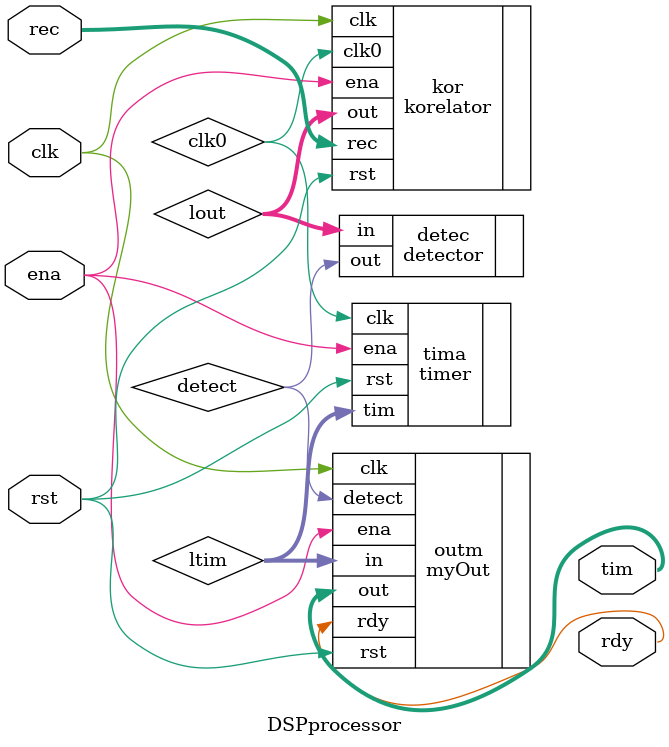
<source format=v>
module DSPprocessor(
	input ena,
	input rst,
	input clk,

	input signed[7:0] rec,
	
	output signed[13:0] tim,
	output rdy
);

wire clk0;
wire signed[23:0] lout;
wire signed[13:0] ltim;
wire detect;

korelator kor(.ena(ena),.rst(rst),.clk(clk),.rec(rec),.out(lout),.clk0(clk0));
timer tima(.ena(ena),.rst(rst),.clk(clk0),.tim(ltim));

detector detec(.in(lout),.out(detect));

myOut outm(.ena(ena),.rst(rst),.clk(clk),.in(ltim),.detect(detect),.rdy(rdy),.out(tim));

endmodule

</source>
